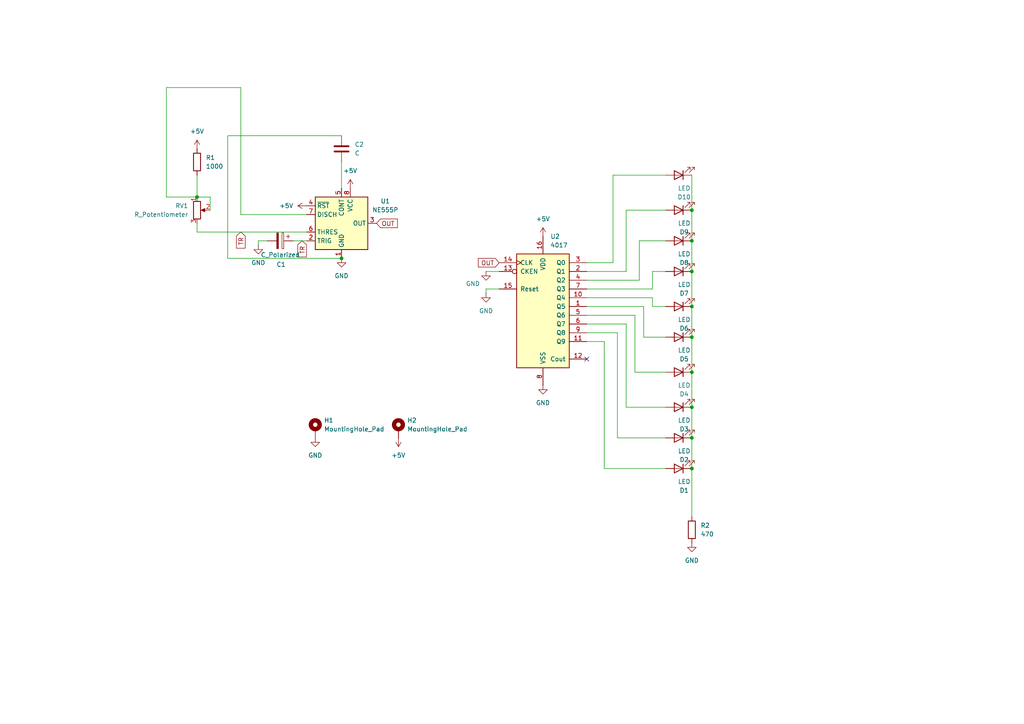
<source format=kicad_sch>
(kicad_sch
	(version 20250114)
	(generator "eeschema")
	(generator_version "9.0")
	(uuid "4accebaf-33b2-45de-8cd5-23fc39e97b8c")
	(paper "A4")
	(lib_symbols
		(symbol "4xxx:4017"
			(pin_names
				(offset 1.016)
			)
			(exclude_from_sim no)
			(in_bom yes)
			(on_board yes)
			(property "Reference" "U"
				(at -7.62 16.51 0)
				(effects
					(font
						(size 1.27 1.27)
					)
				)
			)
			(property "Value" "4017"
				(at -7.62 -19.05 0)
				(effects
					(font
						(size 1.27 1.27)
					)
				)
			)
			(property "Footprint" ""
				(at 0 0 0)
				(effects
					(font
						(size 1.27 1.27)
					)
					(hide yes)
				)
			)
			(property "Datasheet" "http://www.intersil.com/content/dam/Intersil/documents/cd40/cd4017bms-22bms.pdf"
				(at 0 0 0)
				(effects
					(font
						(size 1.27 1.27)
					)
					(hide yes)
				)
			)
			(property "Description" "Johnson Counter ( 10 outputs )"
				(at 0 0 0)
				(effects
					(font
						(size 1.27 1.27)
					)
					(hide yes)
				)
			)
			(property "ki_locked" ""
				(at 0 0 0)
				(effects
					(font
						(size 1.27 1.27)
					)
				)
			)
			(property "ki_keywords" "CNT CNT10"
				(at 0 0 0)
				(effects
					(font
						(size 1.27 1.27)
					)
					(hide yes)
				)
			)
			(property "ki_fp_filters" "DIP?16*"
				(at 0 0 0)
				(effects
					(font
						(size 1.27 1.27)
					)
					(hide yes)
				)
			)
			(symbol "4017_1_0"
				(pin input clock
					(at -12.7 12.7 0)
					(length 5.08)
					(name "CLK"
						(effects
							(font
								(size 1.27 1.27)
							)
						)
					)
					(number "14"
						(effects
							(font
								(size 1.27 1.27)
							)
						)
					)
				)
				(pin input inverted
					(at -12.7 10.16 0)
					(length 5.08)
					(name "CKEN"
						(effects
							(font
								(size 1.27 1.27)
							)
						)
					)
					(number "13"
						(effects
							(font
								(size 1.27 1.27)
							)
						)
					)
				)
				(pin input line
					(at -12.7 5.08 0)
					(length 5.08)
					(name "Reset"
						(effects
							(font
								(size 1.27 1.27)
							)
						)
					)
					(number "15"
						(effects
							(font
								(size 1.27 1.27)
							)
						)
					)
				)
				(pin power_in line
					(at 0 20.32 270)
					(length 5.08)
					(name "VDD"
						(effects
							(font
								(size 1.27 1.27)
							)
						)
					)
					(number "16"
						(effects
							(font
								(size 1.27 1.27)
							)
						)
					)
				)
				(pin power_in line
					(at 0 -22.86 90)
					(length 5.08)
					(name "VSS"
						(effects
							(font
								(size 1.27 1.27)
							)
						)
					)
					(number "8"
						(effects
							(font
								(size 1.27 1.27)
							)
						)
					)
				)
				(pin output line
					(at 12.7 12.7 180)
					(length 5.08)
					(name "Q0"
						(effects
							(font
								(size 1.27 1.27)
							)
						)
					)
					(number "3"
						(effects
							(font
								(size 1.27 1.27)
							)
						)
					)
				)
				(pin output line
					(at 12.7 10.16 180)
					(length 5.08)
					(name "Q1"
						(effects
							(font
								(size 1.27 1.27)
							)
						)
					)
					(number "2"
						(effects
							(font
								(size 1.27 1.27)
							)
						)
					)
				)
				(pin output line
					(at 12.7 7.62 180)
					(length 5.08)
					(name "Q2"
						(effects
							(font
								(size 1.27 1.27)
							)
						)
					)
					(number "4"
						(effects
							(font
								(size 1.27 1.27)
							)
						)
					)
				)
				(pin output line
					(at 12.7 5.08 180)
					(length 5.08)
					(name "Q3"
						(effects
							(font
								(size 1.27 1.27)
							)
						)
					)
					(number "7"
						(effects
							(font
								(size 1.27 1.27)
							)
						)
					)
				)
				(pin output line
					(at 12.7 2.54 180)
					(length 5.08)
					(name "Q4"
						(effects
							(font
								(size 1.27 1.27)
							)
						)
					)
					(number "10"
						(effects
							(font
								(size 1.27 1.27)
							)
						)
					)
				)
				(pin output line
					(at 12.7 0 180)
					(length 5.08)
					(name "Q5"
						(effects
							(font
								(size 1.27 1.27)
							)
						)
					)
					(number "1"
						(effects
							(font
								(size 1.27 1.27)
							)
						)
					)
				)
				(pin output line
					(at 12.7 -2.54 180)
					(length 5.08)
					(name "Q6"
						(effects
							(font
								(size 1.27 1.27)
							)
						)
					)
					(number "5"
						(effects
							(font
								(size 1.27 1.27)
							)
						)
					)
				)
				(pin output line
					(at 12.7 -5.08 180)
					(length 5.08)
					(name "Q7"
						(effects
							(font
								(size 1.27 1.27)
							)
						)
					)
					(number "6"
						(effects
							(font
								(size 1.27 1.27)
							)
						)
					)
				)
				(pin output line
					(at 12.7 -7.62 180)
					(length 5.08)
					(name "Q8"
						(effects
							(font
								(size 1.27 1.27)
							)
						)
					)
					(number "9"
						(effects
							(font
								(size 1.27 1.27)
							)
						)
					)
				)
				(pin output line
					(at 12.7 -10.16 180)
					(length 5.08)
					(name "Q9"
						(effects
							(font
								(size 1.27 1.27)
							)
						)
					)
					(number "11"
						(effects
							(font
								(size 1.27 1.27)
							)
						)
					)
				)
				(pin output line
					(at 12.7 -15.24 180)
					(length 5.08)
					(name "Cout"
						(effects
							(font
								(size 1.27 1.27)
							)
						)
					)
					(number "12"
						(effects
							(font
								(size 1.27 1.27)
							)
						)
					)
				)
			)
			(symbol "4017_1_1"
				(rectangle
					(start -7.62 15.24)
					(end 7.62 -17.78)
					(stroke
						(width 0.254)
						(type default)
					)
					(fill
						(type background)
					)
				)
			)
			(embedded_fonts no)
		)
		(symbol "Device:C"
			(pin_numbers
				(hide yes)
			)
			(pin_names
				(offset 0.254)
			)
			(exclude_from_sim no)
			(in_bom yes)
			(on_board yes)
			(property "Reference" "C"
				(at 0.635 2.54 0)
				(effects
					(font
						(size 1.27 1.27)
					)
					(justify left)
				)
			)
			(property "Value" "C"
				(at 0.635 -2.54 0)
				(effects
					(font
						(size 1.27 1.27)
					)
					(justify left)
				)
			)
			(property "Footprint" ""
				(at 0.9652 -3.81 0)
				(effects
					(font
						(size 1.27 1.27)
					)
					(hide yes)
				)
			)
			(property "Datasheet" "~"
				(at 0 0 0)
				(effects
					(font
						(size 1.27 1.27)
					)
					(hide yes)
				)
			)
			(property "Description" "Unpolarized capacitor"
				(at 0 0 0)
				(effects
					(font
						(size 1.27 1.27)
					)
					(hide yes)
				)
			)
			(property "ki_keywords" "cap capacitor"
				(at 0 0 0)
				(effects
					(font
						(size 1.27 1.27)
					)
					(hide yes)
				)
			)
			(property "ki_fp_filters" "C_*"
				(at 0 0 0)
				(effects
					(font
						(size 1.27 1.27)
					)
					(hide yes)
				)
			)
			(symbol "C_0_1"
				(polyline
					(pts
						(xy -2.032 0.762) (xy 2.032 0.762)
					)
					(stroke
						(width 0.508)
						(type default)
					)
					(fill
						(type none)
					)
				)
				(polyline
					(pts
						(xy -2.032 -0.762) (xy 2.032 -0.762)
					)
					(stroke
						(width 0.508)
						(type default)
					)
					(fill
						(type none)
					)
				)
			)
			(symbol "C_1_1"
				(pin passive line
					(at 0 3.81 270)
					(length 2.794)
					(name "~"
						(effects
							(font
								(size 1.27 1.27)
							)
						)
					)
					(number "1"
						(effects
							(font
								(size 1.27 1.27)
							)
						)
					)
				)
				(pin passive line
					(at 0 -3.81 90)
					(length 2.794)
					(name "~"
						(effects
							(font
								(size 1.27 1.27)
							)
						)
					)
					(number "2"
						(effects
							(font
								(size 1.27 1.27)
							)
						)
					)
				)
			)
			(embedded_fonts no)
		)
		(symbol "Device:C_Polarized"
			(pin_numbers
				(hide yes)
			)
			(pin_names
				(offset 0.254)
			)
			(exclude_from_sim no)
			(in_bom yes)
			(on_board yes)
			(property "Reference" "C"
				(at 0.635 2.54 0)
				(effects
					(font
						(size 1.27 1.27)
					)
					(justify left)
				)
			)
			(property "Value" "C_Polarized"
				(at 0.635 -2.54 0)
				(effects
					(font
						(size 1.27 1.27)
					)
					(justify left)
				)
			)
			(property "Footprint" ""
				(at 0.9652 -3.81 0)
				(effects
					(font
						(size 1.27 1.27)
					)
					(hide yes)
				)
			)
			(property "Datasheet" "~"
				(at 0 0 0)
				(effects
					(font
						(size 1.27 1.27)
					)
					(hide yes)
				)
			)
			(property "Description" "Polarized capacitor"
				(at 0 0 0)
				(effects
					(font
						(size 1.27 1.27)
					)
					(hide yes)
				)
			)
			(property "ki_keywords" "cap capacitor"
				(at 0 0 0)
				(effects
					(font
						(size 1.27 1.27)
					)
					(hide yes)
				)
			)
			(property "ki_fp_filters" "CP_*"
				(at 0 0 0)
				(effects
					(font
						(size 1.27 1.27)
					)
					(hide yes)
				)
			)
			(symbol "C_Polarized_0_1"
				(rectangle
					(start -2.286 0.508)
					(end 2.286 1.016)
					(stroke
						(width 0)
						(type default)
					)
					(fill
						(type none)
					)
				)
				(polyline
					(pts
						(xy -1.778 2.286) (xy -0.762 2.286)
					)
					(stroke
						(width 0)
						(type default)
					)
					(fill
						(type none)
					)
				)
				(polyline
					(pts
						(xy -1.27 2.794) (xy -1.27 1.778)
					)
					(stroke
						(width 0)
						(type default)
					)
					(fill
						(type none)
					)
				)
				(rectangle
					(start 2.286 -0.508)
					(end -2.286 -1.016)
					(stroke
						(width 0)
						(type default)
					)
					(fill
						(type outline)
					)
				)
			)
			(symbol "C_Polarized_1_1"
				(pin passive line
					(at 0 3.81 270)
					(length 2.794)
					(name "~"
						(effects
							(font
								(size 1.27 1.27)
							)
						)
					)
					(number "1"
						(effects
							(font
								(size 1.27 1.27)
							)
						)
					)
				)
				(pin passive line
					(at 0 -3.81 90)
					(length 2.794)
					(name "~"
						(effects
							(font
								(size 1.27 1.27)
							)
						)
					)
					(number "2"
						(effects
							(font
								(size 1.27 1.27)
							)
						)
					)
				)
			)
			(embedded_fonts no)
		)
		(symbol "Device:LED"
			(pin_numbers
				(hide yes)
			)
			(pin_names
				(offset 1.016)
				(hide yes)
			)
			(exclude_from_sim no)
			(in_bom yes)
			(on_board yes)
			(property "Reference" "D"
				(at 0 2.54 0)
				(effects
					(font
						(size 1.27 1.27)
					)
				)
			)
			(property "Value" "LED"
				(at 0 -2.54 0)
				(effects
					(font
						(size 1.27 1.27)
					)
				)
			)
			(property "Footprint" ""
				(at 0 0 0)
				(effects
					(font
						(size 1.27 1.27)
					)
					(hide yes)
				)
			)
			(property "Datasheet" "~"
				(at 0 0 0)
				(effects
					(font
						(size 1.27 1.27)
					)
					(hide yes)
				)
			)
			(property "Description" "Light emitting diode"
				(at 0 0 0)
				(effects
					(font
						(size 1.27 1.27)
					)
					(hide yes)
				)
			)
			(property "Sim.Pins" "1=K 2=A"
				(at 0 0 0)
				(effects
					(font
						(size 1.27 1.27)
					)
					(hide yes)
				)
			)
			(property "ki_keywords" "LED diode"
				(at 0 0 0)
				(effects
					(font
						(size 1.27 1.27)
					)
					(hide yes)
				)
			)
			(property "ki_fp_filters" "LED* LED_SMD:* LED_THT:*"
				(at 0 0 0)
				(effects
					(font
						(size 1.27 1.27)
					)
					(hide yes)
				)
			)
			(symbol "LED_0_1"
				(polyline
					(pts
						(xy -3.048 -0.762) (xy -4.572 -2.286) (xy -3.81 -2.286) (xy -4.572 -2.286) (xy -4.572 -1.524)
					)
					(stroke
						(width 0)
						(type default)
					)
					(fill
						(type none)
					)
				)
				(polyline
					(pts
						(xy -1.778 -0.762) (xy -3.302 -2.286) (xy -2.54 -2.286) (xy -3.302 -2.286) (xy -3.302 -1.524)
					)
					(stroke
						(width 0)
						(type default)
					)
					(fill
						(type none)
					)
				)
				(polyline
					(pts
						(xy -1.27 0) (xy 1.27 0)
					)
					(stroke
						(width 0)
						(type default)
					)
					(fill
						(type none)
					)
				)
				(polyline
					(pts
						(xy -1.27 -1.27) (xy -1.27 1.27)
					)
					(stroke
						(width 0.254)
						(type default)
					)
					(fill
						(type none)
					)
				)
				(polyline
					(pts
						(xy 1.27 -1.27) (xy 1.27 1.27) (xy -1.27 0) (xy 1.27 -1.27)
					)
					(stroke
						(width 0.254)
						(type default)
					)
					(fill
						(type none)
					)
				)
			)
			(symbol "LED_1_1"
				(pin passive line
					(at -3.81 0 0)
					(length 2.54)
					(name "K"
						(effects
							(font
								(size 1.27 1.27)
							)
						)
					)
					(number "1"
						(effects
							(font
								(size 1.27 1.27)
							)
						)
					)
				)
				(pin passive line
					(at 3.81 0 180)
					(length 2.54)
					(name "A"
						(effects
							(font
								(size 1.27 1.27)
							)
						)
					)
					(number "2"
						(effects
							(font
								(size 1.27 1.27)
							)
						)
					)
				)
			)
			(embedded_fonts no)
		)
		(symbol "Device:R"
			(pin_numbers
				(hide yes)
			)
			(pin_names
				(offset 0)
			)
			(exclude_from_sim no)
			(in_bom yes)
			(on_board yes)
			(property "Reference" "R"
				(at 2.032 0 90)
				(effects
					(font
						(size 1.27 1.27)
					)
				)
			)
			(property "Value" "R"
				(at 0 0 90)
				(effects
					(font
						(size 1.27 1.27)
					)
				)
			)
			(property "Footprint" ""
				(at -1.778 0 90)
				(effects
					(font
						(size 1.27 1.27)
					)
					(hide yes)
				)
			)
			(property "Datasheet" "~"
				(at 0 0 0)
				(effects
					(font
						(size 1.27 1.27)
					)
					(hide yes)
				)
			)
			(property "Description" "Resistor"
				(at 0 0 0)
				(effects
					(font
						(size 1.27 1.27)
					)
					(hide yes)
				)
			)
			(property "ki_keywords" "R res resistor"
				(at 0 0 0)
				(effects
					(font
						(size 1.27 1.27)
					)
					(hide yes)
				)
			)
			(property "ki_fp_filters" "R_*"
				(at 0 0 0)
				(effects
					(font
						(size 1.27 1.27)
					)
					(hide yes)
				)
			)
			(symbol "R_0_1"
				(rectangle
					(start -1.016 -2.54)
					(end 1.016 2.54)
					(stroke
						(width 0.254)
						(type default)
					)
					(fill
						(type none)
					)
				)
			)
			(symbol "R_1_1"
				(pin passive line
					(at 0 3.81 270)
					(length 1.27)
					(name "~"
						(effects
							(font
								(size 1.27 1.27)
							)
						)
					)
					(number "1"
						(effects
							(font
								(size 1.27 1.27)
							)
						)
					)
				)
				(pin passive line
					(at 0 -3.81 90)
					(length 1.27)
					(name "~"
						(effects
							(font
								(size 1.27 1.27)
							)
						)
					)
					(number "2"
						(effects
							(font
								(size 1.27 1.27)
							)
						)
					)
				)
			)
			(embedded_fonts no)
		)
		(symbol "Device:R_Potentiometer"
			(pin_names
				(offset 1.016)
				(hide yes)
			)
			(exclude_from_sim no)
			(in_bom yes)
			(on_board yes)
			(property "Reference" "RV"
				(at -4.445 0 90)
				(effects
					(font
						(size 1.27 1.27)
					)
				)
			)
			(property "Value" "R_Potentiometer"
				(at -2.54 0 90)
				(effects
					(font
						(size 1.27 1.27)
					)
				)
			)
			(property "Footprint" ""
				(at 0 0 0)
				(effects
					(font
						(size 1.27 1.27)
					)
					(hide yes)
				)
			)
			(property "Datasheet" "~"
				(at 0 0 0)
				(effects
					(font
						(size 1.27 1.27)
					)
					(hide yes)
				)
			)
			(property "Description" "Potentiometer"
				(at 0 0 0)
				(effects
					(font
						(size 1.27 1.27)
					)
					(hide yes)
				)
			)
			(property "ki_keywords" "resistor variable"
				(at 0 0 0)
				(effects
					(font
						(size 1.27 1.27)
					)
					(hide yes)
				)
			)
			(property "ki_fp_filters" "Potentiometer*"
				(at 0 0 0)
				(effects
					(font
						(size 1.27 1.27)
					)
					(hide yes)
				)
			)
			(symbol "R_Potentiometer_0_1"
				(rectangle
					(start 1.016 2.54)
					(end -1.016 -2.54)
					(stroke
						(width 0.254)
						(type default)
					)
					(fill
						(type none)
					)
				)
				(polyline
					(pts
						(xy 1.143 0) (xy 2.286 0.508) (xy 2.286 -0.508) (xy 1.143 0)
					)
					(stroke
						(width 0)
						(type default)
					)
					(fill
						(type outline)
					)
				)
				(polyline
					(pts
						(xy 2.54 0) (xy 1.524 0)
					)
					(stroke
						(width 0)
						(type default)
					)
					(fill
						(type none)
					)
				)
			)
			(symbol "R_Potentiometer_1_1"
				(pin passive line
					(at 0 3.81 270)
					(length 1.27)
					(name "1"
						(effects
							(font
								(size 1.27 1.27)
							)
						)
					)
					(number "1"
						(effects
							(font
								(size 1.27 1.27)
							)
						)
					)
				)
				(pin passive line
					(at 0 -3.81 90)
					(length 1.27)
					(name "3"
						(effects
							(font
								(size 1.27 1.27)
							)
						)
					)
					(number "3"
						(effects
							(font
								(size 1.27 1.27)
							)
						)
					)
				)
				(pin passive line
					(at 3.81 0 180)
					(length 1.27)
					(name "2"
						(effects
							(font
								(size 1.27 1.27)
							)
						)
					)
					(number "2"
						(effects
							(font
								(size 1.27 1.27)
							)
						)
					)
				)
			)
			(embedded_fonts no)
		)
		(symbol "Mechanical:MountingHole_Pad"
			(pin_numbers
				(hide yes)
			)
			(pin_names
				(offset 1.016)
				(hide yes)
			)
			(exclude_from_sim no)
			(in_bom no)
			(on_board yes)
			(property "Reference" "H"
				(at 0 6.35 0)
				(effects
					(font
						(size 1.27 1.27)
					)
				)
			)
			(property "Value" "MountingHole_Pad"
				(at 0 4.445 0)
				(effects
					(font
						(size 1.27 1.27)
					)
				)
			)
			(property "Footprint" ""
				(at 0 0 0)
				(effects
					(font
						(size 1.27 1.27)
					)
					(hide yes)
				)
			)
			(property "Datasheet" "~"
				(at 0 0 0)
				(effects
					(font
						(size 1.27 1.27)
					)
					(hide yes)
				)
			)
			(property "Description" "Mounting Hole with connection"
				(at 0 0 0)
				(effects
					(font
						(size 1.27 1.27)
					)
					(hide yes)
				)
			)
			(property "ki_keywords" "mounting hole"
				(at 0 0 0)
				(effects
					(font
						(size 1.27 1.27)
					)
					(hide yes)
				)
			)
			(property "ki_fp_filters" "MountingHole*Pad*"
				(at 0 0 0)
				(effects
					(font
						(size 1.27 1.27)
					)
					(hide yes)
				)
			)
			(symbol "MountingHole_Pad_0_1"
				(circle
					(center 0 1.27)
					(radius 1.27)
					(stroke
						(width 1.27)
						(type default)
					)
					(fill
						(type none)
					)
				)
			)
			(symbol "MountingHole_Pad_1_1"
				(pin input line
					(at 0 -2.54 90)
					(length 2.54)
					(name "1"
						(effects
							(font
								(size 1.27 1.27)
							)
						)
					)
					(number "1"
						(effects
							(font
								(size 1.27 1.27)
							)
						)
					)
				)
			)
			(embedded_fonts no)
		)
		(symbol "Timer:NE555P"
			(exclude_from_sim no)
			(in_bom yes)
			(on_board yes)
			(property "Reference" "U"
				(at -10.16 8.89 0)
				(effects
					(font
						(size 1.27 1.27)
					)
					(justify left)
				)
			)
			(property "Value" "NE555P"
				(at 2.54 8.89 0)
				(effects
					(font
						(size 1.27 1.27)
					)
					(justify left)
				)
			)
			(property "Footprint" "Package_DIP:DIP-8_W7.62mm"
				(at 0 -24.13 0)
				(effects
					(font
						(size 1.27 1.27)
					)
					(hide yes)
				)
			)
			(property "Datasheet" "http://www.ti.com/lit/ds/symlink/ne555.pdf"
				(at 0 -26.67 0)
				(effects
					(font
						(size 1.27 1.27)
					)
					(hide yes)
				)
			)
			(property "Description" "Precision Timers, 555 compatible, PDIP-8"
				(at 0 -21.59 0)
				(effects
					(font
						(size 1.27 1.27)
					)
					(hide yes)
				)
			)
			(property "ki_keywords" "single timer 555"
				(at 0 0 0)
				(effects
					(font
						(size 1.27 1.27)
					)
					(hide yes)
				)
			)
			(property "ki_fp_filters" "DIP*W7.62mm*"
				(at 0 0 0)
				(effects
					(font
						(size 1.27 1.27)
					)
					(hide yes)
				)
			)
			(symbol "NE555P_0_0"
				(pin power_in line
					(at 0 -10.16 90)
					(length 2.54)
					(name "GND"
						(effects
							(font
								(size 1.27 1.27)
							)
						)
					)
					(number "1"
						(effects
							(font
								(size 1.27 1.27)
							)
						)
					)
				)
				(pin power_in line
					(at 2.54 10.16 270)
					(length 2.54)
					(name "VCC"
						(effects
							(font
								(size 1.27 1.27)
							)
						)
					)
					(number "8"
						(effects
							(font
								(size 1.27 1.27)
							)
						)
					)
				)
			)
			(symbol "NE555P_0_1"
				(rectangle
					(start -7.62 7.62)
					(end 7.62 -7.62)
					(stroke
						(width 0.254)
						(type default)
					)
					(fill
						(type background)
					)
				)
			)
			(symbol "NE555P_1_1"
				(pin input line
					(at -10.16 5.08 0)
					(length 2.54)
					(name "~{RST}"
						(effects
							(font
								(size 1.27 1.27)
							)
						)
					)
					(number "4"
						(effects
							(font
								(size 1.27 1.27)
							)
						)
					)
				)
				(pin input line
					(at -10.16 2.54 0)
					(length 2.54)
					(name "DISCH"
						(effects
							(font
								(size 1.27 1.27)
							)
						)
					)
					(number "7"
						(effects
							(font
								(size 1.27 1.27)
							)
						)
					)
				)
				(pin input line
					(at -10.16 -2.54 0)
					(length 2.54)
					(name "THRES"
						(effects
							(font
								(size 1.27 1.27)
							)
						)
					)
					(number "6"
						(effects
							(font
								(size 1.27 1.27)
							)
						)
					)
				)
				(pin input line
					(at -10.16 -5.08 0)
					(length 2.54)
					(name "TRIG"
						(effects
							(font
								(size 1.27 1.27)
							)
						)
					)
					(number "2"
						(effects
							(font
								(size 1.27 1.27)
							)
						)
					)
				)
				(pin open_collector line
					(at 0 10.16 270)
					(length 2.54)
					(name "CONT"
						(effects
							(font
								(size 1.27 1.27)
							)
						)
					)
					(number "5"
						(effects
							(font
								(size 1.27 1.27)
							)
						)
					)
				)
				(pin output line
					(at 10.16 0 180)
					(length 2.54)
					(name "OUT"
						(effects
							(font
								(size 1.27 1.27)
							)
						)
					)
					(number "3"
						(effects
							(font
								(size 1.27 1.27)
							)
						)
					)
				)
			)
			(embedded_fonts no)
		)
		(symbol "power:+5V"
			(power)
			(pin_numbers
				(hide yes)
			)
			(pin_names
				(offset 0)
				(hide yes)
			)
			(exclude_from_sim no)
			(in_bom yes)
			(on_board yes)
			(property "Reference" "#PWR"
				(at 0 -3.81 0)
				(effects
					(font
						(size 1.27 1.27)
					)
					(hide yes)
				)
			)
			(property "Value" "+5V"
				(at 0 3.556 0)
				(effects
					(font
						(size 1.27 1.27)
					)
				)
			)
			(property "Footprint" ""
				(at 0 0 0)
				(effects
					(font
						(size 1.27 1.27)
					)
					(hide yes)
				)
			)
			(property "Datasheet" ""
				(at 0 0 0)
				(effects
					(font
						(size 1.27 1.27)
					)
					(hide yes)
				)
			)
			(property "Description" "Power symbol creates a global label with name \"+5V\""
				(at 0 0 0)
				(effects
					(font
						(size 1.27 1.27)
					)
					(hide yes)
				)
			)
			(property "ki_keywords" "global power"
				(at 0 0 0)
				(effects
					(font
						(size 1.27 1.27)
					)
					(hide yes)
				)
			)
			(symbol "+5V_0_1"
				(polyline
					(pts
						(xy -0.762 1.27) (xy 0 2.54)
					)
					(stroke
						(width 0)
						(type default)
					)
					(fill
						(type none)
					)
				)
				(polyline
					(pts
						(xy 0 2.54) (xy 0.762 1.27)
					)
					(stroke
						(width 0)
						(type default)
					)
					(fill
						(type none)
					)
				)
				(polyline
					(pts
						(xy 0 0) (xy 0 2.54)
					)
					(stroke
						(width 0)
						(type default)
					)
					(fill
						(type none)
					)
				)
			)
			(symbol "+5V_1_1"
				(pin power_in line
					(at 0 0 90)
					(length 0)
					(name "~"
						(effects
							(font
								(size 1.27 1.27)
							)
						)
					)
					(number "1"
						(effects
							(font
								(size 1.27 1.27)
							)
						)
					)
				)
			)
			(embedded_fonts no)
		)
		(symbol "power:GND"
			(power)
			(pin_numbers
				(hide yes)
			)
			(pin_names
				(offset 0)
				(hide yes)
			)
			(exclude_from_sim no)
			(in_bom yes)
			(on_board yes)
			(property "Reference" "#PWR"
				(at 0 -6.35 0)
				(effects
					(font
						(size 1.27 1.27)
					)
					(hide yes)
				)
			)
			(property "Value" "GND"
				(at 0 -3.81 0)
				(effects
					(font
						(size 1.27 1.27)
					)
				)
			)
			(property "Footprint" ""
				(at 0 0 0)
				(effects
					(font
						(size 1.27 1.27)
					)
					(hide yes)
				)
			)
			(property "Datasheet" ""
				(at 0 0 0)
				(effects
					(font
						(size 1.27 1.27)
					)
					(hide yes)
				)
			)
			(property "Description" "Power symbol creates a global label with name \"GND\" , ground"
				(at 0 0 0)
				(effects
					(font
						(size 1.27 1.27)
					)
					(hide yes)
				)
			)
			(property "ki_keywords" "global power"
				(at 0 0 0)
				(effects
					(font
						(size 1.27 1.27)
					)
					(hide yes)
				)
			)
			(symbol "GND_0_1"
				(polyline
					(pts
						(xy 0 0) (xy 0 -1.27) (xy 1.27 -1.27) (xy 0 -2.54) (xy -1.27 -1.27) (xy 0 -1.27)
					)
					(stroke
						(width 0)
						(type default)
					)
					(fill
						(type none)
					)
				)
			)
			(symbol "GND_1_1"
				(pin power_in line
					(at 0 0 270)
					(length 0)
					(name "~"
						(effects
							(font
								(size 1.27 1.27)
							)
						)
					)
					(number "1"
						(effects
							(font
								(size 1.27 1.27)
							)
						)
					)
				)
			)
			(embedded_fonts no)
		)
	)
	(junction
		(at 200.66 107.95)
		(diameter 0)
		(color 0 0 0 0)
		(uuid "19fd6159-3ae4-4fc1-9a08-12fee2011da4")
	)
	(junction
		(at 200.66 127)
		(diameter 0)
		(color 0 0 0 0)
		(uuid "42f6e1a6-2146-470a-ac5c-e5a57a168bf5")
	)
	(junction
		(at 200.66 135.89)
		(diameter 0)
		(color 0 0 0 0)
		(uuid "4d6fe3ff-c85a-43e6-b7c9-ac41f4acaa50")
	)
	(junction
		(at 200.66 97.79)
		(diameter 0)
		(color 0 0 0 0)
		(uuid "76d28d51-6398-4142-b1e3-90b697c07c66")
	)
	(junction
		(at 57.15 57.15)
		(diameter 0)
		(color 0 0 0 0)
		(uuid "8a0dbf50-0133-43cb-a5ec-27539d389852")
	)
	(junction
		(at 200.66 60.96)
		(diameter 0)
		(color 0 0 0 0)
		(uuid "990e07f4-a912-4daf-876b-4b5bed59620d")
	)
	(junction
		(at 200.66 88.9)
		(diameter 0)
		(color 0 0 0 0)
		(uuid "a5499ee1-5d98-4659-93dc-65845fad33ec")
	)
	(junction
		(at 200.66 118.11)
		(diameter 0)
		(color 0 0 0 0)
		(uuid "d9234a1e-60a7-4f29-9db6-6c7c49609757")
	)
	(junction
		(at 200.66 69.85)
		(diameter 0)
		(color 0 0 0 0)
		(uuid "db601af9-289c-4dc1-8b53-81422cba6678")
	)
	(junction
		(at 200.66 78.74)
		(diameter 0)
		(color 0 0 0 0)
		(uuid "e79c0324-537a-4afb-b786-a7b4a7b57be8")
	)
	(junction
		(at 99.06 74.93)
		(diameter 0)
		(color 0 0 0 0)
		(uuid "ecb454ec-1d44-4353-9cdf-a6614f834f3c")
	)
	(no_connect
		(at 170.18 104.14)
		(uuid "7be253dd-b087-45aa-ae5d-be6706ba527b")
	)
	(wire
		(pts
			(xy 57.15 50.8) (xy 57.15 57.15)
		)
		(stroke
			(width 0)
			(type default)
		)
		(uuid "028fcd92-c10e-43c5-ab2f-60b2d116ff35")
	)
	(wire
		(pts
			(xy 57.15 67.31) (xy 88.9 67.31)
		)
		(stroke
			(width 0)
			(type default)
		)
		(uuid "066a27ab-7fe4-45d5-9eb5-e90e5cc95a95")
	)
	(wire
		(pts
			(xy 175.26 135.89) (xy 193.04 135.89)
		)
		(stroke
			(width 0)
			(type default)
		)
		(uuid "07472ecd-de80-42f7-9ebd-47797bb94125")
	)
	(wire
		(pts
			(xy 181.61 60.96) (xy 193.04 60.96)
		)
		(stroke
			(width 0)
			(type default)
		)
		(uuid "078eabec-def0-4069-a396-a2b9fccc6801")
	)
	(wire
		(pts
			(xy 66.04 39.37) (xy 66.04 74.93)
		)
		(stroke
			(width 0)
			(type default)
		)
		(uuid "12a81a0e-9fbc-4746-8947-783149e4e8e5")
	)
	(wire
		(pts
			(xy 200.66 78.74) (xy 200.66 88.9)
		)
		(stroke
			(width 0)
			(type default)
		)
		(uuid "13ae1fd0-9c64-40e4-b354-4329bee12057")
	)
	(wire
		(pts
			(xy 181.61 93.98) (xy 181.61 118.11)
		)
		(stroke
			(width 0)
			(type default)
		)
		(uuid "19f1c130-2b34-4994-9a0c-a252a2ef2eaf")
	)
	(wire
		(pts
			(xy 57.15 57.15) (xy 60.96 57.15)
		)
		(stroke
			(width 0)
			(type default)
		)
		(uuid "2434ba66-86b1-4695-8043-31e08095ead7")
	)
	(wire
		(pts
			(xy 200.66 88.9) (xy 200.66 97.79)
		)
		(stroke
			(width 0)
			(type default)
		)
		(uuid "260d7b35-946a-4f79-b8c1-7537acc917e9")
	)
	(wire
		(pts
			(xy 184.15 91.44) (xy 184.15 107.95)
		)
		(stroke
			(width 0)
			(type default)
		)
		(uuid "2b3e3eae-9b58-4218-883d-31d7044f82a8")
	)
	(wire
		(pts
			(xy 175.26 99.06) (xy 175.26 135.89)
		)
		(stroke
			(width 0)
			(type default)
		)
		(uuid "316e87da-6378-4687-8dc8-478d6081b730")
	)
	(wire
		(pts
			(xy 186.69 97.79) (xy 193.04 97.79)
		)
		(stroke
			(width 0)
			(type default)
		)
		(uuid "4cf61c92-0eb7-4606-a920-f4bea6771175")
	)
	(wire
		(pts
			(xy 69.85 62.23) (xy 69.85 25.4)
		)
		(stroke
			(width 0)
			(type default)
		)
		(uuid "4ed9a525-be03-4880-927e-7c043d793d9c")
	)
	(wire
		(pts
			(xy 189.23 86.36) (xy 189.23 88.9)
		)
		(stroke
			(width 0)
			(type default)
		)
		(uuid "51b32744-3efb-4d29-a442-b35d710647cf")
	)
	(wire
		(pts
			(xy 189.23 88.9) (xy 193.04 88.9)
		)
		(stroke
			(width 0)
			(type default)
		)
		(uuid "56909a80-29cd-48a7-99fa-20d1e6920a23")
	)
	(wire
		(pts
			(xy 184.15 107.95) (xy 193.04 107.95)
		)
		(stroke
			(width 0)
			(type default)
		)
		(uuid "58c9f20d-a07b-45af-b58d-17921471a774")
	)
	(wire
		(pts
			(xy 99.06 46.99) (xy 99.06 54.61)
		)
		(stroke
			(width 0)
			(type default)
		)
		(uuid "5c953856-7292-4425-b706-a244ccb14d70")
	)
	(wire
		(pts
			(xy 186.69 88.9) (xy 186.69 97.79)
		)
		(stroke
			(width 0)
			(type default)
		)
		(uuid "5fdba403-baaf-45b9-9eca-24205b3f5a10")
	)
	(wire
		(pts
			(xy 200.66 60.96) (xy 200.66 69.85)
		)
		(stroke
			(width 0)
			(type default)
		)
		(uuid "61046a02-8bdf-4f0d-9c14-21d9c02ff5cb")
	)
	(wire
		(pts
			(xy 185.42 81.28) (xy 185.42 69.85)
		)
		(stroke
			(width 0)
			(type default)
		)
		(uuid "65c42f89-b110-4639-8ec0-75fbd6e8b225")
	)
	(wire
		(pts
			(xy 140.97 78.74) (xy 144.78 78.74)
		)
		(stroke
			(width 0)
			(type default)
		)
		(uuid "68c30416-95f7-4d98-a6fd-d9546f0b8dda")
	)
	(wire
		(pts
			(xy 48.26 57.15) (xy 57.15 57.15)
		)
		(stroke
			(width 0)
			(type default)
		)
		(uuid "6af200cf-5de7-424a-a07b-592bf21df626")
	)
	(wire
		(pts
			(xy 170.18 99.06) (xy 175.26 99.06)
		)
		(stroke
			(width 0)
			(type default)
		)
		(uuid "6b041cce-e42b-40d3-aa2e-c271278e04ad")
	)
	(wire
		(pts
			(xy 66.04 74.93) (xy 99.06 74.93)
		)
		(stroke
			(width 0)
			(type default)
		)
		(uuid "6c594e13-0274-4ca8-bf49-af3cb0601d8f")
	)
	(wire
		(pts
			(xy 170.18 83.82) (xy 189.23 83.82)
		)
		(stroke
			(width 0)
			(type default)
		)
		(uuid "6e11e00c-6189-427c-9e01-969c5fba6d2e")
	)
	(wire
		(pts
			(xy 170.18 93.98) (xy 181.61 93.98)
		)
		(stroke
			(width 0)
			(type default)
		)
		(uuid "726edb82-9628-4ce7-b151-8675b1c31e24")
	)
	(wire
		(pts
			(xy 99.06 39.37) (xy 66.04 39.37)
		)
		(stroke
			(width 0)
			(type default)
		)
		(uuid "8472b17d-05cb-49d5-a82f-baf2f876b8e7")
	)
	(wire
		(pts
			(xy 181.61 78.74) (xy 181.61 60.96)
		)
		(stroke
			(width 0)
			(type default)
		)
		(uuid "872fdce6-7b45-4de3-bf81-2c20cda99880")
	)
	(wire
		(pts
			(xy 77.47 69.85) (xy 74.93 69.85)
		)
		(stroke
			(width 0)
			(type default)
		)
		(uuid "8918af28-20b1-4bcf-881a-6ea8697fa9ab")
	)
	(wire
		(pts
			(xy 69.85 25.4) (xy 48.26 25.4)
		)
		(stroke
			(width 0)
			(type default)
		)
		(uuid "8a178399-bbe4-47ab-b8e4-9f145b498f4e")
	)
	(wire
		(pts
			(xy 179.07 127) (xy 193.04 127)
		)
		(stroke
			(width 0)
			(type default)
		)
		(uuid "8bd384ee-5f75-402c-8bea-0da5a1609ed0")
	)
	(wire
		(pts
			(xy 170.18 76.2) (xy 177.8 76.2)
		)
		(stroke
			(width 0)
			(type default)
		)
		(uuid "8c3606fa-2161-4e69-af75-b2e20193f941")
	)
	(wire
		(pts
			(xy 170.18 81.28) (xy 185.42 81.28)
		)
		(stroke
			(width 0)
			(type default)
		)
		(uuid "8e6219b4-4a5c-48d1-b4b1-9fa699f11e5f")
	)
	(wire
		(pts
			(xy 88.9 62.23) (xy 69.85 62.23)
		)
		(stroke
			(width 0)
			(type default)
		)
		(uuid "8f7bed72-b100-40e8-a0c6-4a72cff7c558")
	)
	(wire
		(pts
			(xy 60.96 57.15) (xy 60.96 60.96)
		)
		(stroke
			(width 0)
			(type default)
		)
		(uuid "92b37b27-f0bb-4ff5-bce8-50d86ec9afa6")
	)
	(wire
		(pts
			(xy 170.18 91.44) (xy 184.15 91.44)
		)
		(stroke
			(width 0)
			(type default)
		)
		(uuid "99929257-ad52-4f39-a833-7b512d400be4")
	)
	(wire
		(pts
			(xy 144.78 83.82) (xy 140.97 83.82)
		)
		(stroke
			(width 0)
			(type default)
		)
		(uuid "9eb9362a-1888-4ad5-ac61-b05a16a26185")
	)
	(wire
		(pts
			(xy 200.66 127) (xy 200.66 135.89)
		)
		(stroke
			(width 0)
			(type default)
		)
		(uuid "ab3ea027-c498-4d50-9eaa-3cb1d5088f69")
	)
	(wire
		(pts
			(xy 179.07 96.52) (xy 179.07 127)
		)
		(stroke
			(width 0)
			(type default)
		)
		(uuid "ac7e101e-4575-4a43-a2e2-69e1db92b411")
	)
	(wire
		(pts
			(xy 177.8 76.2) (xy 177.8 50.8)
		)
		(stroke
			(width 0)
			(type default)
		)
		(uuid "afd81d75-cbae-45e8-b937-24882149f739")
	)
	(wire
		(pts
			(xy 189.23 83.82) (xy 189.23 78.74)
		)
		(stroke
			(width 0)
			(type default)
		)
		(uuid "b294b1e6-84ff-4a2e-acd3-364c8d09ba5e")
	)
	(wire
		(pts
			(xy 140.97 83.82) (xy 140.97 85.09)
		)
		(stroke
			(width 0)
			(type default)
		)
		(uuid "b3167491-8e10-4d99-878e-7e5cf81fa83c")
	)
	(wire
		(pts
			(xy 170.18 78.74) (xy 181.61 78.74)
		)
		(stroke
			(width 0)
			(type default)
		)
		(uuid "b3fb8dc3-03bd-47f9-bb8b-efdedd4c21bf")
	)
	(wire
		(pts
			(xy 170.18 86.36) (xy 189.23 86.36)
		)
		(stroke
			(width 0)
			(type default)
		)
		(uuid "bdac961d-0766-4477-9899-ad1875ddd104")
	)
	(wire
		(pts
			(xy 74.93 69.85) (xy 74.93 71.12)
		)
		(stroke
			(width 0)
			(type default)
		)
		(uuid "bfc595ef-9f75-4dba-8992-e92e74999e8e")
	)
	(wire
		(pts
			(xy 85.09 69.85) (xy 88.9 69.85)
		)
		(stroke
			(width 0)
			(type default)
		)
		(uuid "c08cdcb8-c5ad-427b-a134-d0f48cf76b5c")
	)
	(wire
		(pts
			(xy 185.42 69.85) (xy 193.04 69.85)
		)
		(stroke
			(width 0)
			(type default)
		)
		(uuid "c10e0d9c-a817-4281-9567-4a2db652bb5b")
	)
	(wire
		(pts
			(xy 57.15 67.31) (xy 57.15 64.77)
		)
		(stroke
			(width 0)
			(type default)
		)
		(uuid "c3fe3ad1-e40e-4039-8383-9882c30f135c")
	)
	(wire
		(pts
			(xy 170.18 96.52) (xy 179.07 96.52)
		)
		(stroke
			(width 0)
			(type default)
		)
		(uuid "c6b7ced1-199d-4dd8-82cb-bd7a126a45b2")
	)
	(wire
		(pts
			(xy 48.26 25.4) (xy 48.26 57.15)
		)
		(stroke
			(width 0)
			(type default)
		)
		(uuid "cc701ef0-54af-43f0-af4a-1bcb2f0b0e71")
	)
	(wire
		(pts
			(xy 200.66 50.8) (xy 200.66 60.96)
		)
		(stroke
			(width 0)
			(type default)
		)
		(uuid "cd841772-9932-40f4-9224-153f9076fc87")
	)
	(wire
		(pts
			(xy 200.66 107.95) (xy 200.66 118.11)
		)
		(stroke
			(width 0)
			(type default)
		)
		(uuid "d2a14f95-12c2-4055-9d0f-f19fbef4918c")
	)
	(wire
		(pts
			(xy 200.66 118.11) (xy 200.66 127)
		)
		(stroke
			(width 0)
			(type default)
		)
		(uuid "deab417d-b650-4abf-b5ce-5306a8eeafe3")
	)
	(wire
		(pts
			(xy 200.66 69.85) (xy 200.66 78.74)
		)
		(stroke
			(width 0)
			(type default)
		)
		(uuid "ec9b1aa3-73d2-4398-b45c-bffb7c846d5d")
	)
	(wire
		(pts
			(xy 189.23 78.74) (xy 193.04 78.74)
		)
		(stroke
			(width 0)
			(type default)
		)
		(uuid "efe48f8d-7411-4023-b465-e9c8bacdae07")
	)
	(wire
		(pts
			(xy 177.8 50.8) (xy 193.04 50.8)
		)
		(stroke
			(width 0)
			(type default)
		)
		(uuid "f0565c05-1f90-460d-a4f7-c40cc98878c9")
	)
	(wire
		(pts
			(xy 200.66 97.79) (xy 200.66 107.95)
		)
		(stroke
			(width 0)
			(type default)
		)
		(uuid "f0fdd5fc-45fa-49b7-9157-ab5171e083b2")
	)
	(wire
		(pts
			(xy 200.66 135.89) (xy 200.66 149.86)
		)
		(stroke
			(width 0)
			(type default)
		)
		(uuid "f2f48b07-0f41-469c-8a4e-7ed3c73d3298")
	)
	(wire
		(pts
			(xy 170.18 88.9) (xy 186.69 88.9)
		)
		(stroke
			(width 0)
			(type default)
		)
		(uuid "f32aee05-4106-4aa1-9563-7aed7f510b8f")
	)
	(wire
		(pts
			(xy 181.61 118.11) (xy 193.04 118.11)
		)
		(stroke
			(width 0)
			(type default)
		)
		(uuid "f94c3a0f-9ef5-49d4-8d41-8404ddc927e1")
	)
	(global_label "TR"
		(shape input)
		(at 87.63 69.85 270)
		(fields_autoplaced yes)
		(effects
			(font
				(size 1.27 1.27)
			)
			(justify right)
		)
		(uuid "0e3a6802-ce9f-4593-b045-41770ad24e4b")
		(property "Intersheetrefs" "${INTERSHEET_REFS}"
			(at 87.63 75.0728 90)
			(effects
				(font
					(size 1.27 1.27)
				)
				(justify right)
				(hide yes)
			)
		)
	)
	(global_label "OUT"
		(shape input)
		(at 109.22 64.77 0)
		(fields_autoplaced yes)
		(effects
			(font
				(size 1.27 1.27)
			)
			(justify left)
		)
		(uuid "81d243b6-c1de-48f8-8fc5-8cd8d207f3a5")
		(property "Intersheetrefs" "${INTERSHEET_REFS}"
			(at 115.8338 64.77 0)
			(effects
				(font
					(size 1.27 1.27)
				)
				(justify left)
				(hide yes)
			)
		)
	)
	(global_label "TR"
		(shape input)
		(at 69.85 67.31 270)
		(fields_autoplaced yes)
		(effects
			(font
				(size 1.27 1.27)
			)
			(justify right)
		)
		(uuid "9ef9801d-99f0-4daa-bf81-d9da8f468011")
		(property "Intersheetrefs" "${INTERSHEET_REFS}"
			(at 69.85 72.5328 90)
			(effects
				(font
					(size 1.27 1.27)
				)
				(justify right)
				(hide yes)
			)
		)
	)
	(global_label "OUT"
		(shape input)
		(at 144.78 76.2 180)
		(fields_autoplaced yes)
		(effects
			(font
				(size 1.27 1.27)
			)
			(justify right)
		)
		(uuid "fc290206-b2a5-4351-ae11-146267d27506")
		(property "Intersheetrefs" "${INTERSHEET_REFS}"
			(at 138.1662 76.2 0)
			(effects
				(font
					(size 1.27 1.27)
				)
				(justify right)
				(hide yes)
			)
		)
	)
	(symbol
		(lib_id "power:GND")
		(at 157.48 111.76 0)
		(unit 1)
		(exclude_from_sim no)
		(in_bom yes)
		(on_board yes)
		(dnp no)
		(fields_autoplaced yes)
		(uuid "02b58901-151a-450d-b545-5d495fd306ee")
		(property "Reference" "#PWR09"
			(at 157.48 118.11 0)
			(effects
				(font
					(size 1.27 1.27)
				)
				(hide yes)
			)
		)
		(property "Value" "GND"
			(at 157.48 116.84 0)
			(effects
				(font
					(size 1.27 1.27)
				)
			)
		)
		(property "Footprint" ""
			(at 157.48 111.76 0)
			(effects
				(font
					(size 1.27 1.27)
				)
				(hide yes)
			)
		)
		(property "Datasheet" ""
			(at 157.48 111.76 0)
			(effects
				(font
					(size 1.27 1.27)
				)
				(hide yes)
			)
		)
		(property "Description" "Power symbol creates a global label with name \"GND\" , ground"
			(at 157.48 111.76 0)
			(effects
				(font
					(size 1.27 1.27)
				)
				(hide yes)
			)
		)
		(pin "1"
			(uuid "bdf07fc1-f81f-4c7d-b170-7d5e9e90644c")
		)
		(instances
			(project "01"
				(path "/4accebaf-33b2-45de-8cd5-23fc39e97b8c"
					(reference "#PWR09")
					(unit 1)
				)
			)
		)
	)
	(symbol
		(lib_id "Device:R")
		(at 57.15 46.99 0)
		(unit 1)
		(exclude_from_sim no)
		(in_bom yes)
		(on_board yes)
		(dnp no)
		(fields_autoplaced yes)
		(uuid "0d4f8647-7ebe-4500-8156-682a3fc90856")
		(property "Reference" "R1"
			(at 59.69 45.7199 0)
			(effects
				(font
					(size 1.27 1.27)
				)
				(justify left)
			)
		)
		(property "Value" "1000"
			(at 59.69 48.2599 0)
			(effects
				(font
					(size 1.27 1.27)
				)
				(justify left)
			)
		)
		(property "Footprint" "Resistor_THT:R_Axial_DIN0207_L6.3mm_D2.5mm_P7.62mm_Horizontal"
			(at 55.372 46.99 90)
			(effects
				(font
					(size 1.27 1.27)
				)
				(hide yes)
			)
		)
		(property "Datasheet" "~"
			(at 57.15 46.99 0)
			(effects
				(font
					(size 1.27 1.27)
				)
				(hide yes)
			)
		)
		(property "Description" "Resistor"
			(at 57.15 46.99 0)
			(effects
				(font
					(size 1.27 1.27)
				)
				(hide yes)
			)
		)
		(pin "1"
			(uuid "51678f8e-f71d-4ba6-9bbd-a16f986936ea")
		)
		(pin "2"
			(uuid "1b136917-f55d-456b-9dc1-93e2d1736849")
		)
		(instances
			(project ""
				(path "/4accebaf-33b2-45de-8cd5-23fc39e97b8c"
					(reference "R1")
					(unit 1)
				)
			)
		)
	)
	(symbol
		(lib_id "Device:LED")
		(at 196.85 60.96 180)
		(unit 1)
		(exclude_from_sim no)
		(in_bom yes)
		(on_board yes)
		(dnp no)
		(fields_autoplaced yes)
		(uuid "0d86440e-0230-4487-8e0f-cfdf8daf9172")
		(property "Reference" "D9"
			(at 198.4375 67.31 0)
			(effects
				(font
					(size 1.27 1.27)
				)
			)
		)
		(property "Value" "LED"
			(at 198.4375 64.77 0)
			(effects
				(font
					(size 1.27 1.27)
				)
			)
		)
		(property "Footprint" "LED_THT:LED_D3.0mm"
			(at 196.85 60.96 0)
			(effects
				(font
					(size 1.27 1.27)
				)
				(hide yes)
			)
		)
		(property "Datasheet" "~"
			(at 196.85 60.96 0)
			(effects
				(font
					(size 1.27 1.27)
				)
				(hide yes)
			)
		)
		(property "Description" "Light emitting diode"
			(at 196.85 60.96 0)
			(effects
				(font
					(size 1.27 1.27)
				)
				(hide yes)
			)
		)
		(property "Sim.Pins" "1=K 2=A"
			(at 196.85 60.96 0)
			(effects
				(font
					(size 1.27 1.27)
				)
				(hide yes)
			)
		)
		(pin "2"
			(uuid "fc4e984f-1cd4-421b-8a5a-85e6fbc18b91")
		)
		(pin "1"
			(uuid "0cd92fb0-aa6d-4181-9a24-d99866097f3b")
		)
		(instances
			(project "01"
				(path "/4accebaf-33b2-45de-8cd5-23fc39e97b8c"
					(reference "D9")
					(unit 1)
				)
			)
		)
	)
	(symbol
		(lib_id "power:GND")
		(at 74.93 71.12 0)
		(unit 1)
		(exclude_from_sim no)
		(in_bom yes)
		(on_board yes)
		(dnp no)
		(fields_autoplaced yes)
		(uuid "142f178a-a8ab-48b4-a251-80f81a1feedf")
		(property "Reference" "#PWR06"
			(at 74.93 77.47 0)
			(effects
				(font
					(size 1.27 1.27)
				)
				(hide yes)
			)
		)
		(property "Value" "GND"
			(at 74.93 76.2 0)
			(effects
				(font
					(size 1.27 1.27)
				)
			)
		)
		(property "Footprint" ""
			(at 74.93 71.12 0)
			(effects
				(font
					(size 1.27 1.27)
				)
				(hide yes)
			)
		)
		(property "Datasheet" ""
			(at 74.93 71.12 0)
			(effects
				(font
					(size 1.27 1.27)
				)
				(hide yes)
			)
		)
		(property "Description" "Power symbol creates a global label with name \"GND\" , ground"
			(at 74.93 71.12 0)
			(effects
				(font
					(size 1.27 1.27)
				)
				(hide yes)
			)
		)
		(pin "1"
			(uuid "3e6294e7-6cc2-49a1-a4d1-ec0e5246a4ad")
		)
		(instances
			(project "01"
				(path "/4accebaf-33b2-45de-8cd5-23fc39e97b8c"
					(reference "#PWR06")
					(unit 1)
				)
			)
		)
	)
	(symbol
		(lib_id "power:GND")
		(at 99.06 74.93 0)
		(unit 1)
		(exclude_from_sim no)
		(in_bom yes)
		(on_board yes)
		(dnp no)
		(fields_autoplaced yes)
		(uuid "20c8641f-115b-4a61-b9e1-1740c344ca10")
		(property "Reference" "#PWR04"
			(at 99.06 81.28 0)
			(effects
				(font
					(size 1.27 1.27)
				)
				(hide yes)
			)
		)
		(property "Value" "GND"
			(at 99.06 80.01 0)
			(effects
				(font
					(size 1.27 1.27)
				)
			)
		)
		(property "Footprint" ""
			(at 99.06 74.93 0)
			(effects
				(font
					(size 1.27 1.27)
				)
				(hide yes)
			)
		)
		(property "Datasheet" ""
			(at 99.06 74.93 0)
			(effects
				(font
					(size 1.27 1.27)
				)
				(hide yes)
			)
		)
		(property "Description" "Power symbol creates a global label with name \"GND\" , ground"
			(at 99.06 74.93 0)
			(effects
				(font
					(size 1.27 1.27)
				)
				(hide yes)
			)
		)
		(pin "1"
			(uuid "a3fbaa99-5b27-48c2-996d-2453dc2163d8")
		)
		(instances
			(project "01"
				(path "/4accebaf-33b2-45de-8cd5-23fc39e97b8c"
					(reference "#PWR04")
					(unit 1)
				)
			)
		)
	)
	(symbol
		(lib_id "power:+5V")
		(at 115.57 127 180)
		(unit 1)
		(exclude_from_sim no)
		(in_bom yes)
		(on_board yes)
		(dnp no)
		(fields_autoplaced yes)
		(uuid "26365a25-d10e-4b76-9c40-0b328aa0af7d")
		(property "Reference" "#PWR02"
			(at 115.57 123.19 0)
			(effects
				(font
					(size 1.27 1.27)
				)
				(hide yes)
			)
		)
		(property "Value" "+5V"
			(at 115.57 132.08 0)
			(effects
				(font
					(size 1.27 1.27)
				)
			)
		)
		(property "Footprint" ""
			(at 115.57 127 0)
			(effects
				(font
					(size 1.27 1.27)
				)
				(hide yes)
			)
		)
		(property "Datasheet" ""
			(at 115.57 127 0)
			(effects
				(font
					(size 1.27 1.27)
				)
				(hide yes)
			)
		)
		(property "Description" "Power symbol creates a global label with name \"+5V\""
			(at 115.57 127 0)
			(effects
				(font
					(size 1.27 1.27)
				)
				(hide yes)
			)
		)
		(pin "1"
			(uuid "a7ceac99-2f10-42d6-9b28-23c8b73d6754")
		)
		(instances
			(project ""
				(path "/4accebaf-33b2-45de-8cd5-23fc39e97b8c"
					(reference "#PWR02")
					(unit 1)
				)
			)
		)
	)
	(symbol
		(lib_id "power:GND")
		(at 140.97 78.74 0)
		(unit 1)
		(exclude_from_sim no)
		(in_bom yes)
		(on_board yes)
		(dnp no)
		(uuid "2ae32504-0c47-4f70-92c7-8df3dda58c41")
		(property "Reference" "#PWR010"
			(at 140.97 85.09 0)
			(effects
				(font
					(size 1.27 1.27)
				)
				(hide yes)
			)
		)
		(property "Value" "GND"
			(at 137.16 82.296 0)
			(effects
				(font
					(size 1.27 1.27)
				)
			)
		)
		(property "Footprint" ""
			(at 140.97 78.74 0)
			(effects
				(font
					(size 1.27 1.27)
				)
				(hide yes)
			)
		)
		(property "Datasheet" ""
			(at 140.97 78.74 0)
			(effects
				(font
					(size 1.27 1.27)
				)
				(hide yes)
			)
		)
		(property "Description" "Power symbol creates a global label with name \"GND\" , ground"
			(at 140.97 78.74 0)
			(effects
				(font
					(size 1.27 1.27)
				)
				(hide yes)
			)
		)
		(pin "1"
			(uuid "90be31e2-9e4e-4d89-84dd-7081cf324983")
		)
		(instances
			(project "01"
				(path "/4accebaf-33b2-45de-8cd5-23fc39e97b8c"
					(reference "#PWR010")
					(unit 1)
				)
			)
		)
	)
	(symbol
		(lib_id "power:GND")
		(at 91.44 127 0)
		(unit 1)
		(exclude_from_sim no)
		(in_bom yes)
		(on_board yes)
		(dnp no)
		(fields_autoplaced yes)
		(uuid "32edbb4f-16ea-498e-871b-2775e1065a70")
		(property "Reference" "#PWR01"
			(at 91.44 133.35 0)
			(effects
				(font
					(size 1.27 1.27)
				)
				(hide yes)
			)
		)
		(property "Value" "GND"
			(at 91.44 132.08 0)
			(effects
				(font
					(size 1.27 1.27)
				)
			)
		)
		(property "Footprint" ""
			(at 91.44 127 0)
			(effects
				(font
					(size 1.27 1.27)
				)
				(hide yes)
			)
		)
		(property "Datasheet" ""
			(at 91.44 127 0)
			(effects
				(font
					(size 1.27 1.27)
				)
				(hide yes)
			)
		)
		(property "Description" "Power symbol creates a global label with name \"GND\" , ground"
			(at 91.44 127 0)
			(effects
				(font
					(size 1.27 1.27)
				)
				(hide yes)
			)
		)
		(pin "1"
			(uuid "4057dd5c-db51-434f-adce-44ed2227463b")
		)
		(instances
			(project ""
				(path "/4accebaf-33b2-45de-8cd5-23fc39e97b8c"
					(reference "#PWR01")
					(unit 1)
				)
			)
		)
	)
	(symbol
		(lib_id "Device:C")
		(at 99.06 43.18 0)
		(unit 1)
		(exclude_from_sim no)
		(in_bom yes)
		(on_board yes)
		(dnp no)
		(fields_autoplaced yes)
		(uuid "352fea61-9915-45bb-8e0b-1286afc0554d")
		(property "Reference" "C2"
			(at 102.87 41.9099 0)
			(effects
				(font
					(size 1.27 1.27)
				)
				(justify left)
			)
		)
		(property "Value" "C"
			(at 102.87 44.4499 0)
			(effects
				(font
					(size 1.27 1.27)
				)
				(justify left)
			)
		)
		(property "Footprint" "Capacitor_THT:CP_Radial_D5.0mm_P2.00mm"
			(at 100.0252 46.99 0)
			(effects
				(font
					(size 1.27 1.27)
				)
				(hide yes)
			)
		)
		(property "Datasheet" "~"
			(at 99.06 43.18 0)
			(effects
				(font
					(size 1.27 1.27)
				)
				(hide yes)
			)
		)
		(property "Description" "Unpolarized capacitor"
			(at 99.06 43.18 0)
			(effects
				(font
					(size 1.27 1.27)
				)
				(hide yes)
			)
		)
		(pin "2"
			(uuid "ec22d872-ed95-45f0-8a68-b0d6572612a4")
		)
		(pin "1"
			(uuid "520b0beb-5681-454d-9a16-0d45d9d800e6")
		)
		(instances
			(project ""
				(path "/4accebaf-33b2-45de-8cd5-23fc39e97b8c"
					(reference "C2")
					(unit 1)
				)
			)
		)
	)
	(symbol
		(lib_id "power:GND")
		(at 140.97 85.09 0)
		(unit 1)
		(exclude_from_sim no)
		(in_bom yes)
		(on_board yes)
		(dnp no)
		(fields_autoplaced yes)
		(uuid "4009592e-b28a-4723-8f30-7f3f3bb934c0")
		(property "Reference" "#PWR011"
			(at 140.97 91.44 0)
			(effects
				(font
					(size 1.27 1.27)
				)
				(hide yes)
			)
		)
		(property "Value" "GND"
			(at 140.97 90.17 0)
			(effects
				(font
					(size 1.27 1.27)
				)
			)
		)
		(property "Footprint" ""
			(at 140.97 85.09 0)
			(effects
				(font
					(size 1.27 1.27)
				)
				(hide yes)
			)
		)
		(property "Datasheet" ""
			(at 140.97 85.09 0)
			(effects
				(font
					(size 1.27 1.27)
				)
				(hide yes)
			)
		)
		(property "Description" "Power symbol creates a global label with name \"GND\" , ground"
			(at 140.97 85.09 0)
			(effects
				(font
					(size 1.27 1.27)
				)
				(hide yes)
			)
		)
		(pin "1"
			(uuid "878dbcf1-01f7-4220-af50-780efe542eef")
		)
		(instances
			(project "01"
				(path "/4accebaf-33b2-45de-8cd5-23fc39e97b8c"
					(reference "#PWR011")
					(unit 1)
				)
			)
		)
	)
	(symbol
		(lib_id "Device:LED")
		(at 196.85 50.8 180)
		(unit 1)
		(exclude_from_sim no)
		(in_bom yes)
		(on_board yes)
		(dnp no)
		(fields_autoplaced yes)
		(uuid "41ea7bcc-9f92-4b2a-bf8d-43663bc6a685")
		(property "Reference" "D10"
			(at 198.4375 57.15 0)
			(effects
				(font
					(size 1.27 1.27)
				)
			)
		)
		(property "Value" "LED"
			(at 198.4375 54.61 0)
			(effects
				(font
					(size 1.27 1.27)
				)
			)
		)
		(property "Footprint" "LED_THT:LED_D3.0mm"
			(at 196.85 50.8 0)
			(effects
				(font
					(size 1.27 1.27)
				)
				(hide yes)
			)
		)
		(property "Datasheet" "~"
			(at 196.85 50.8 0)
			(effects
				(font
					(size 1.27 1.27)
				)
				(hide yes)
			)
		)
		(property "Description" "Light emitting diode"
			(at 196.85 50.8 0)
			(effects
				(font
					(size 1.27 1.27)
				)
				(hide yes)
			)
		)
		(property "Sim.Pins" "1=K 2=A"
			(at 196.85 50.8 0)
			(effects
				(font
					(size 1.27 1.27)
				)
				(hide yes)
			)
		)
		(pin "2"
			(uuid "b7726998-d6d3-43bc-85b3-c416e80c37b5")
		)
		(pin "1"
			(uuid "a9936fbf-b52e-4424-b8f3-8c34857441ca")
		)
		(instances
			(project "01"
				(path "/4accebaf-33b2-45de-8cd5-23fc39e97b8c"
					(reference "D10")
					(unit 1)
				)
			)
		)
	)
	(symbol
		(lib_id "Device:R_Potentiometer")
		(at 57.15 60.96 0)
		(unit 1)
		(exclude_from_sim no)
		(in_bom yes)
		(on_board yes)
		(dnp no)
		(fields_autoplaced yes)
		(uuid "43eea0d4-b2a0-4de8-a404-b3f6e2551ab5")
		(property "Reference" "RV1"
			(at 54.61 59.6899 0)
			(effects
				(font
					(size 1.27 1.27)
				)
				(justify right)
			)
		)
		(property "Value" "R_Potentiometer"
			(at 54.61 62.2299 0)
			(effects
				(font
					(size 1.27 1.27)
				)
				(justify right)
			)
		)
		(property "Footprint" "Resistor_THT:R_Axial_DIN0207_L6.3mm_D2.5mm_P7.62mm_Horizontal"
			(at 57.15 60.96 0)
			(effects
				(font
					(size 1.27 1.27)
				)
				(hide yes)
			)
		)
		(property "Datasheet" "~"
			(at 57.15 60.96 0)
			(effects
				(font
					(size 1.27 1.27)
				)
				(hide yes)
			)
		)
		(property "Description" "Potentiometer"
			(at 57.15 60.96 0)
			(effects
				(font
					(size 1.27 1.27)
				)
				(hide yes)
			)
		)
		(pin "3"
			(uuid "a52a4111-30a5-49b8-bc54-5dec4a2eeed4")
		)
		(pin "2"
			(uuid "61ca6fb2-325c-443d-a4ea-60c3a4db1cc4")
		)
		(pin "1"
			(uuid "67eced27-defd-412b-8ef3-ae9db5558043")
		)
		(instances
			(project ""
				(path "/4accebaf-33b2-45de-8cd5-23fc39e97b8c"
					(reference "RV1")
					(unit 1)
				)
			)
		)
	)
	(symbol
		(lib_id "Device:LED")
		(at 196.85 69.85 180)
		(unit 1)
		(exclude_from_sim no)
		(in_bom yes)
		(on_board yes)
		(dnp no)
		(fields_autoplaced yes)
		(uuid "6aed87b8-c9a4-4144-b965-29d0d2924feb")
		(property "Reference" "D8"
			(at 198.4375 76.2 0)
			(effects
				(font
					(size 1.27 1.27)
				)
			)
		)
		(property "Value" "LED"
			(at 198.4375 73.66 0)
			(effects
				(font
					(size 1.27 1.27)
				)
			)
		)
		(property "Footprint" "LED_THT:LED_D3.0mm"
			(at 196.85 69.85 0)
			(effects
				(font
					(size 1.27 1.27)
				)
				(hide yes)
			)
		)
		(property "Datasheet" "~"
			(at 196.85 69.85 0)
			(effects
				(font
					(size 1.27 1.27)
				)
				(hide yes)
			)
		)
		(property "Description" "Light emitting diode"
			(at 196.85 69.85 0)
			(effects
				(font
					(size 1.27 1.27)
				)
				(hide yes)
			)
		)
		(property "Sim.Pins" "1=K 2=A"
			(at 196.85 69.85 0)
			(effects
				(font
					(size 1.27 1.27)
				)
				(hide yes)
			)
		)
		(pin "1"
			(uuid "785a3207-83ae-4827-868d-81ecfaadfe6f")
		)
		(pin "2"
			(uuid "12b778cc-5a32-487a-aee7-2a3d4e332b54")
		)
		(instances
			(project "01"
				(path "/4accebaf-33b2-45de-8cd5-23fc39e97b8c"
					(reference "D8")
					(unit 1)
				)
			)
		)
	)
	(symbol
		(lib_id "Device:LED")
		(at 196.85 88.9 180)
		(unit 1)
		(exclude_from_sim no)
		(in_bom yes)
		(on_board yes)
		(dnp no)
		(fields_autoplaced yes)
		(uuid "6c402cec-8365-429a-9cf7-51222e014002")
		(property "Reference" "D6"
			(at 198.4375 95.25 0)
			(effects
				(font
					(size 1.27 1.27)
				)
			)
		)
		(property "Value" "LED"
			(at 198.4375 92.71 0)
			(effects
				(font
					(size 1.27 1.27)
				)
			)
		)
		(property "Footprint" "LED_THT:LED_D3.0mm"
			(at 196.85 88.9 0)
			(effects
				(font
					(size 1.27 1.27)
				)
				(hide yes)
			)
		)
		(property "Datasheet" "~"
			(at 196.85 88.9 0)
			(effects
				(font
					(size 1.27 1.27)
				)
				(hide yes)
			)
		)
		(property "Description" "Light emitting diode"
			(at 196.85 88.9 0)
			(effects
				(font
					(size 1.27 1.27)
				)
				(hide yes)
			)
		)
		(property "Sim.Pins" "1=K 2=A"
			(at 196.85 88.9 0)
			(effects
				(font
					(size 1.27 1.27)
				)
				(hide yes)
			)
		)
		(pin "2"
			(uuid "3b14f0c4-6cdf-4980-8d5b-b097209c6f4b")
		)
		(pin "1"
			(uuid "3046f47b-64d5-4ae9-813b-808ce0456e19")
		)
		(instances
			(project "01"
				(path "/4accebaf-33b2-45de-8cd5-23fc39e97b8c"
					(reference "D6")
					(unit 1)
				)
			)
		)
	)
	(symbol
		(lib_id "Device:C_Polarized")
		(at 81.28 69.85 270)
		(unit 1)
		(exclude_from_sim no)
		(in_bom yes)
		(on_board yes)
		(dnp no)
		(uuid "7099c2d6-35ba-4b02-9164-580432bbc2c4")
		(property "Reference" "C1"
			(at 81.534 76.708 90)
			(effects
				(font
					(size 1.27 1.27)
				)
			)
		)
		(property "Value" "C_Polarized"
			(at 81.28 73.914 90)
			(effects
				(font
					(size 1.27 1.27)
				)
			)
		)
		(property "Footprint" "Capacitor_THT:CP_Radial_D5.0mm_P2.00mm"
			(at 77.47 70.8152 0)
			(effects
				(font
					(size 1.27 1.27)
				)
				(hide yes)
			)
		)
		(property "Datasheet" "~"
			(at 81.28 69.85 0)
			(effects
				(font
					(size 1.27 1.27)
				)
				(hide yes)
			)
		)
		(property "Description" "Polarized capacitor"
			(at 81.28 69.85 0)
			(effects
				(font
					(size 1.27 1.27)
				)
				(hide yes)
			)
		)
		(pin "1"
			(uuid "3f17030f-341e-45da-89e4-12183d974419")
		)
		(pin "2"
			(uuid "b4152e73-d9ee-44e6-875a-1159abdeac98")
		)
		(instances
			(project ""
				(path "/4accebaf-33b2-45de-8cd5-23fc39e97b8c"
					(reference "C1")
					(unit 1)
				)
			)
		)
	)
	(symbol
		(lib_id "power:GND")
		(at 200.66 157.48 0)
		(unit 1)
		(exclude_from_sim no)
		(in_bom yes)
		(on_board yes)
		(dnp no)
		(fields_autoplaced yes)
		(uuid "807418cb-c28a-4ff5-9875-ed4c65e833bd")
		(property "Reference" "#PWR012"
			(at 200.66 163.83 0)
			(effects
				(font
					(size 1.27 1.27)
				)
				(hide yes)
			)
		)
		(property "Value" "GND"
			(at 200.66 162.56 0)
			(effects
				(font
					(size 1.27 1.27)
				)
			)
		)
		(property "Footprint" ""
			(at 200.66 157.48 0)
			(effects
				(font
					(size 1.27 1.27)
				)
				(hide yes)
			)
		)
		(property "Datasheet" ""
			(at 200.66 157.48 0)
			(effects
				(font
					(size 1.27 1.27)
				)
				(hide yes)
			)
		)
		(property "Description" "Power symbol creates a global label with name \"GND\" , ground"
			(at 200.66 157.48 0)
			(effects
				(font
					(size 1.27 1.27)
				)
				(hide yes)
			)
		)
		(pin "1"
			(uuid "47a01464-feb4-43f1-9b59-7c9ec662b0d9")
		)
		(instances
			(project "01"
				(path "/4accebaf-33b2-45de-8cd5-23fc39e97b8c"
					(reference "#PWR012")
					(unit 1)
				)
			)
		)
	)
	(symbol
		(lib_id "4xxx:4017")
		(at 157.48 88.9 0)
		(unit 1)
		(exclude_from_sim no)
		(in_bom yes)
		(on_board yes)
		(dnp no)
		(fields_autoplaced yes)
		(uuid "8bc21462-f58e-4247-ac73-a69f4090a032")
		(property "Reference" "U2"
			(at 159.6233 68.58 0)
			(effects
				(font
					(size 1.27 1.27)
				)
				(justify left)
			)
		)
		(property "Value" "4017"
			(at 159.6233 71.12 0)
			(effects
				(font
					(size 1.27 1.27)
				)
				(justify left)
			)
		)
		(property "Footprint" "Seeed Studio XIAO Series Library:N16"
			(at 157.48 88.9 0)
			(effects
				(font
					(size 1.27 1.27)
				)
				(hide yes)
			)
		)
		(property "Datasheet" "http://www.intersil.com/content/dam/Intersil/documents/cd40/cd4017bms-22bms.pdf"
			(at 157.48 88.9 0)
			(effects
				(font
					(size 1.27 1.27)
				)
				(hide yes)
			)
		)
		(property "Description" "Johnson Counter ( 10 outputs )"
			(at 157.48 88.9 0)
			(effects
				(font
					(size 1.27 1.27)
				)
				(hide yes)
			)
		)
		(pin "5"
			(uuid "d6cc0d1a-ca81-42a4-88e9-2f42afd24c20")
		)
		(pin "14"
			(uuid "19707faa-73ab-4982-89a9-961c1896c9be")
		)
		(pin "13"
			(uuid "82f923a2-0905-4b49-886c-c3c7f98be0b9")
		)
		(pin "10"
			(uuid "79006e20-9367-43d2-9ffe-c3739545a8ce")
		)
		(pin "16"
			(uuid "659cc07e-02bc-4351-874b-34ad2d1e9603")
		)
		(pin "7"
			(uuid "3d5e1d2c-d592-4fdc-985b-a92e0114ad1f")
		)
		(pin "11"
			(uuid "37dfbff4-5abb-4333-8427-f66ba69dd3fc")
		)
		(pin "6"
			(uuid "e79fb2d3-eda6-4f03-9b36-9b655a6cbfa3")
		)
		(pin "2"
			(uuid "740a290f-2506-49e6-9780-1af5dc79fa6f")
		)
		(pin "4"
			(uuid "d398f323-9b19-48f0-b76c-9757258c64d8")
		)
		(pin "8"
			(uuid "4bcfc278-2ecf-4819-bb43-b302e1800681")
		)
		(pin "1"
			(uuid "47330afd-c194-46bb-8282-cb1b0f46b315")
		)
		(pin "15"
			(uuid "9e568188-32b2-414f-97b2-80caf77cb168")
		)
		(pin "9"
			(uuid "1fb412f0-eb10-407b-877f-1fdb7e4446a5")
		)
		(pin "12"
			(uuid "8dacebe4-c372-462b-8848-69432bc2fad4")
		)
		(pin "3"
			(uuid "ba3c77be-9b9f-4b74-b5aa-b9426c4b7b94")
		)
		(instances
			(project ""
				(path "/4accebaf-33b2-45de-8cd5-23fc39e97b8c"
					(reference "U2")
					(unit 1)
				)
			)
		)
	)
	(symbol
		(lib_id "Device:LED")
		(at 196.85 135.89 180)
		(unit 1)
		(exclude_from_sim no)
		(in_bom yes)
		(on_board yes)
		(dnp no)
		(fields_autoplaced yes)
		(uuid "9503ef8f-faf2-4bd9-b9c5-aa2f71b4c848")
		(property "Reference" "D1"
			(at 198.4375 142.24 0)
			(effects
				(font
					(size 1.27 1.27)
				)
			)
		)
		(property "Value" "LED"
			(at 198.4375 139.7 0)
			(effects
				(font
					(size 1.27 1.27)
				)
			)
		)
		(property "Footprint" "LED_THT:LED_D3.0mm"
			(at 196.85 135.89 0)
			(effects
				(font
					(size 1.27 1.27)
				)
				(hide yes)
			)
		)
		(property "Datasheet" "~"
			(at 196.85 135.89 0)
			(effects
				(font
					(size 1.27 1.27)
				)
				(hide yes)
			)
		)
		(property "Description" "Light emitting diode"
			(at 196.85 135.89 0)
			(effects
				(font
					(size 1.27 1.27)
				)
				(hide yes)
			)
		)
		(property "Sim.Pins" "1=K 2=A"
			(at 196.85 135.89 0)
			(effects
				(font
					(size 1.27 1.27)
				)
				(hide yes)
			)
		)
		(pin "2"
			(uuid "2678beb4-6931-4243-9ecc-73ae31526ded")
		)
		(pin "1"
			(uuid "6d07ce23-b31f-438e-bdc3-03116ed99eab")
		)
		(instances
			(project ""
				(path "/4accebaf-33b2-45de-8cd5-23fc39e97b8c"
					(reference "D1")
					(unit 1)
				)
			)
		)
	)
	(symbol
		(lib_id "power:+5V")
		(at 57.15 43.18 0)
		(unit 1)
		(exclude_from_sim no)
		(in_bom yes)
		(on_board yes)
		(dnp no)
		(fields_autoplaced yes)
		(uuid "96d36e76-3ef0-4e9d-b757-a6cb30bb6886")
		(property "Reference" "#PWR07"
			(at 57.15 46.99 0)
			(effects
				(font
					(size 1.27 1.27)
				)
				(hide yes)
			)
		)
		(property "Value" "+5V"
			(at 57.15 38.1 0)
			(effects
				(font
					(size 1.27 1.27)
				)
			)
		)
		(property "Footprint" ""
			(at 57.15 43.18 0)
			(effects
				(font
					(size 1.27 1.27)
				)
				(hide yes)
			)
		)
		(property "Datasheet" ""
			(at 57.15 43.18 0)
			(effects
				(font
					(size 1.27 1.27)
				)
				(hide yes)
			)
		)
		(property "Description" "Power symbol creates a global label with name \"+5V\""
			(at 57.15 43.18 0)
			(effects
				(font
					(size 1.27 1.27)
				)
				(hide yes)
			)
		)
		(pin "1"
			(uuid "4cd1e484-dde7-4f20-9bd9-fa5b6e1c6ee0")
		)
		(instances
			(project "01"
				(path "/4accebaf-33b2-45de-8cd5-23fc39e97b8c"
					(reference "#PWR07")
					(unit 1)
				)
			)
		)
	)
	(symbol
		(lib_id "Mechanical:MountingHole_Pad")
		(at 115.57 124.46 0)
		(unit 1)
		(exclude_from_sim no)
		(in_bom no)
		(on_board yes)
		(dnp no)
		(fields_autoplaced yes)
		(uuid "9c64c437-9785-4ca2-bdd4-31a2f7799380")
		(property "Reference" "H2"
			(at 118.11 121.9199 0)
			(effects
				(font
					(size 1.27 1.27)
				)
				(justify left)
			)
		)
		(property "Value" "MountingHole_Pad"
			(at 118.11 124.4599 0)
			(effects
				(font
					(size 1.27 1.27)
				)
				(justify left)
			)
		)
		(property "Footprint" "Connector_PinSocket_2.54mm:PinSocket_1x01_P2.54mm_Vertical"
			(at 115.57 124.46 0)
			(effects
				(font
					(size 1.27 1.27)
				)
				(hide yes)
			)
		)
		(property "Datasheet" "~"
			(at 115.57 124.46 0)
			(effects
				(font
					(size 1.27 1.27)
				)
				(hide yes)
			)
		)
		(property "Description" "Mounting Hole with connection"
			(at 115.57 124.46 0)
			(effects
				(font
					(size 1.27 1.27)
				)
				(hide yes)
			)
		)
		(pin "1"
			(uuid "ffa93b72-e859-4e6d-a5c3-6712f8637087")
		)
		(instances
			(project "01"
				(path "/4accebaf-33b2-45de-8cd5-23fc39e97b8c"
					(reference "H2")
					(unit 1)
				)
			)
		)
	)
	(symbol
		(lib_id "Device:LED")
		(at 196.85 97.79 180)
		(unit 1)
		(exclude_from_sim no)
		(in_bom yes)
		(on_board yes)
		(dnp no)
		(fields_autoplaced yes)
		(uuid "9d1fcfe7-db13-428e-b18d-8d98e64dc159")
		(property "Reference" "D5"
			(at 198.4375 104.14 0)
			(effects
				(font
					(size 1.27 1.27)
				)
			)
		)
		(property "Value" "LED"
			(at 198.4375 101.6 0)
			(effects
				(font
					(size 1.27 1.27)
				)
			)
		)
		(property "Footprint" "LED_THT:LED_D3.0mm"
			(at 196.85 97.79 0)
			(effects
				(font
					(size 1.27 1.27)
				)
				(hide yes)
			)
		)
		(property "Datasheet" "~"
			(at 196.85 97.79 0)
			(effects
				(font
					(size 1.27 1.27)
				)
				(hide yes)
			)
		)
		(property "Description" "Light emitting diode"
			(at 196.85 97.79 0)
			(effects
				(font
					(size 1.27 1.27)
				)
				(hide yes)
			)
		)
		(property "Sim.Pins" "1=K 2=A"
			(at 196.85 97.79 0)
			(effects
				(font
					(size 1.27 1.27)
				)
				(hide yes)
			)
		)
		(pin "1"
			(uuid "2762d01d-275e-4f12-b3b0-2b14d35e3d72")
		)
		(pin "2"
			(uuid "4810c07b-3614-40c8-ab53-526c1e6c8a2b")
		)
		(instances
			(project "01"
				(path "/4accebaf-33b2-45de-8cd5-23fc39e97b8c"
					(reference "D5")
					(unit 1)
				)
			)
		)
	)
	(symbol
		(lib_id "Device:LED")
		(at 196.85 127 180)
		(unit 1)
		(exclude_from_sim no)
		(in_bom yes)
		(on_board yes)
		(dnp no)
		(fields_autoplaced yes)
		(uuid "aaa3906d-3d62-4369-aead-30ac5eb7477c")
		(property "Reference" "D2"
			(at 198.4375 133.35 0)
			(effects
				(font
					(size 1.27 1.27)
				)
			)
		)
		(property "Value" "LED"
			(at 198.4375 130.81 0)
			(effects
				(font
					(size 1.27 1.27)
				)
			)
		)
		(property "Footprint" "LED_THT:LED_D3.0mm"
			(at 196.85 127 0)
			(effects
				(font
					(size 1.27 1.27)
				)
				(hide yes)
			)
		)
		(property "Datasheet" "~"
			(at 196.85 127 0)
			(effects
				(font
					(size 1.27 1.27)
				)
				(hide yes)
			)
		)
		(property "Description" "Light emitting diode"
			(at 196.85 127 0)
			(effects
				(font
					(size 1.27 1.27)
				)
				(hide yes)
			)
		)
		(property "Sim.Pins" "1=K 2=A"
			(at 196.85 127 0)
			(effects
				(font
					(size 1.27 1.27)
				)
				(hide yes)
			)
		)
		(pin "1"
			(uuid "cb83131b-6531-4475-9f1d-8af6357e0d53")
		)
		(pin "2"
			(uuid "dd93be57-cbf6-475b-9730-e34ba4753d85")
		)
		(instances
			(project ""
				(path "/4accebaf-33b2-45de-8cd5-23fc39e97b8c"
					(reference "D2")
					(unit 1)
				)
			)
		)
	)
	(symbol
		(lib_id "Device:LED")
		(at 196.85 107.95 180)
		(unit 1)
		(exclude_from_sim no)
		(in_bom yes)
		(on_board yes)
		(dnp no)
		(fields_autoplaced yes)
		(uuid "ac703b24-3773-4c7d-b7fd-44ecec9698f1")
		(property "Reference" "D4"
			(at 198.4375 114.3 0)
			(effects
				(font
					(size 1.27 1.27)
				)
			)
		)
		(property "Value" "LED"
			(at 198.4375 111.76 0)
			(effects
				(font
					(size 1.27 1.27)
				)
			)
		)
		(property "Footprint" "LED_THT:LED_D3.0mm"
			(at 196.85 107.95 0)
			(effects
				(font
					(size 1.27 1.27)
				)
				(hide yes)
			)
		)
		(property "Datasheet" "~"
			(at 196.85 107.95 0)
			(effects
				(font
					(size 1.27 1.27)
				)
				(hide yes)
			)
		)
		(property "Description" "Light emitting diode"
			(at 196.85 107.95 0)
			(effects
				(font
					(size 1.27 1.27)
				)
				(hide yes)
			)
		)
		(property "Sim.Pins" "1=K 2=A"
			(at 196.85 107.95 0)
			(effects
				(font
					(size 1.27 1.27)
				)
				(hide yes)
			)
		)
		(pin "2"
			(uuid "440486e7-d0b2-490c-bbef-fcc54cc323f6")
		)
		(pin "1"
			(uuid "01f17e59-e447-4eb0-b6f9-cfa916137adf")
		)
		(instances
			(project "01"
				(path "/4accebaf-33b2-45de-8cd5-23fc39e97b8c"
					(reference "D4")
					(unit 1)
				)
			)
		)
	)
	(symbol
		(lib_id "power:+5V")
		(at 157.48 68.58 0)
		(unit 1)
		(exclude_from_sim no)
		(in_bom yes)
		(on_board yes)
		(dnp no)
		(fields_autoplaced yes)
		(uuid "c23ee032-a3fd-4a38-9e85-aa4ed33d94f5")
		(property "Reference" "#PWR08"
			(at 157.48 72.39 0)
			(effects
				(font
					(size 1.27 1.27)
				)
				(hide yes)
			)
		)
		(property "Value" "+5V"
			(at 157.48 63.5 0)
			(effects
				(font
					(size 1.27 1.27)
				)
			)
		)
		(property "Footprint" ""
			(at 157.48 68.58 0)
			(effects
				(font
					(size 1.27 1.27)
				)
				(hide yes)
			)
		)
		(property "Datasheet" ""
			(at 157.48 68.58 0)
			(effects
				(font
					(size 1.27 1.27)
				)
				(hide yes)
			)
		)
		(property "Description" "Power symbol creates a global label with name \"+5V\""
			(at 157.48 68.58 0)
			(effects
				(font
					(size 1.27 1.27)
				)
				(hide yes)
			)
		)
		(pin "1"
			(uuid "1c771227-0df7-4b9a-bc30-8e84fc357b50")
		)
		(instances
			(project "01"
				(path "/4accebaf-33b2-45de-8cd5-23fc39e97b8c"
					(reference "#PWR08")
					(unit 1)
				)
			)
		)
	)
	(symbol
		(lib_id "Device:LED")
		(at 196.85 78.74 180)
		(unit 1)
		(exclude_from_sim no)
		(in_bom yes)
		(on_board yes)
		(dnp no)
		(fields_autoplaced yes)
		(uuid "c85dbd08-97f0-421d-b87b-639ccdf243b3")
		(property "Reference" "D7"
			(at 198.4375 85.09 0)
			(effects
				(font
					(size 1.27 1.27)
				)
			)
		)
		(property "Value" "LED"
			(at 198.4375 82.55 0)
			(effects
				(font
					(size 1.27 1.27)
				)
			)
		)
		(property "Footprint" "LED_THT:LED_D3.0mm"
			(at 196.85 78.74 0)
			(effects
				(font
					(size 1.27 1.27)
				)
				(hide yes)
			)
		)
		(property "Datasheet" "~"
			(at 196.85 78.74 0)
			(effects
				(font
					(size 1.27 1.27)
				)
				(hide yes)
			)
		)
		(property "Description" "Light emitting diode"
			(at 196.85 78.74 0)
			(effects
				(font
					(size 1.27 1.27)
				)
				(hide yes)
			)
		)
		(property "Sim.Pins" "1=K 2=A"
			(at 196.85 78.74 0)
			(effects
				(font
					(size 1.27 1.27)
				)
				(hide yes)
			)
		)
		(pin "2"
			(uuid "14133c02-4571-4d54-83bf-00b95be42989")
		)
		(pin "1"
			(uuid "22caa3a9-9bdc-43a5-94a3-b0696f29c7e8")
		)
		(instances
			(project "01"
				(path "/4accebaf-33b2-45de-8cd5-23fc39e97b8c"
					(reference "D7")
					(unit 1)
				)
			)
		)
	)
	(symbol
		(lib_id "Mechanical:MountingHole_Pad")
		(at 91.44 124.46 0)
		(unit 1)
		(exclude_from_sim no)
		(in_bom no)
		(on_board yes)
		(dnp no)
		(fields_autoplaced yes)
		(uuid "cbbbb22e-deb7-461e-a131-c49c2ee25f99")
		(property "Reference" "H1"
			(at 93.98 121.9199 0)
			(effects
				(font
					(size 1.27 1.27)
				)
				(justify left)
			)
		)
		(property "Value" "MountingHole_Pad"
			(at 93.98 124.4599 0)
			(effects
				(font
					(size 1.27 1.27)
				)
				(justify left)
			)
		)
		(property "Footprint" "Connector_PinSocket_2.54mm:PinSocket_1x01_P2.54mm_Vertical"
			(at 91.44 124.46 0)
			(effects
				(font
					(size 1.27 1.27)
				)
				(hide yes)
			)
		)
		(property "Datasheet" "~"
			(at 91.44 124.46 0)
			(effects
				(font
					(size 1.27 1.27)
				)
				(hide yes)
			)
		)
		(property "Description" "Mounting Hole with connection"
			(at 91.44 124.46 0)
			(effects
				(font
					(size 1.27 1.27)
				)
				(hide yes)
			)
		)
		(pin "1"
			(uuid "72557d2a-ec07-410f-8506-9ec15f24de92")
		)
		(instances
			(project ""
				(path "/4accebaf-33b2-45de-8cd5-23fc39e97b8c"
					(reference "H1")
					(unit 1)
				)
			)
		)
	)
	(symbol
		(lib_id "Device:LED")
		(at 196.85 118.11 180)
		(unit 1)
		(exclude_from_sim no)
		(in_bom yes)
		(on_board yes)
		(dnp no)
		(fields_autoplaced yes)
		(uuid "dbf5efc9-2f9f-4ddf-a89d-eed5aa67c056")
		(property "Reference" "D3"
			(at 198.4375 124.46 0)
			(effects
				(font
					(size 1.27 1.27)
				)
			)
		)
		(property "Value" "LED"
			(at 198.4375 121.92 0)
			(effects
				(font
					(size 1.27 1.27)
				)
			)
		)
		(property "Footprint" "LED_THT:LED_D3.0mm"
			(at 196.85 118.11 0)
			(effects
				(font
					(size 1.27 1.27)
				)
				(hide yes)
			)
		)
		(property "Datasheet" "~"
			(at 196.85 118.11 0)
			(effects
				(font
					(size 1.27 1.27)
				)
				(hide yes)
			)
		)
		(property "Description" "Light emitting diode"
			(at 196.85 118.11 0)
			(effects
				(font
					(size 1.27 1.27)
				)
				(hide yes)
			)
		)
		(property "Sim.Pins" "1=K 2=A"
			(at 196.85 118.11 0)
			(effects
				(font
					(size 1.27 1.27)
				)
				(hide yes)
			)
		)
		(pin "2"
			(uuid "354d47cf-07fe-49d7-a2f4-93d8ec7f1167")
		)
		(pin "1"
			(uuid "8421fde2-aa00-4604-a425-ca3eb28a4b7e")
		)
		(instances
			(project "01"
				(path "/4accebaf-33b2-45de-8cd5-23fc39e97b8c"
					(reference "D3")
					(unit 1)
				)
			)
		)
	)
	(symbol
		(lib_id "power:+5V")
		(at 101.6 54.61 0)
		(unit 1)
		(exclude_from_sim no)
		(in_bom yes)
		(on_board yes)
		(dnp no)
		(fields_autoplaced yes)
		(uuid "e971a877-4006-49e4-a839-f5420516fc1d")
		(property "Reference" "#PWR03"
			(at 101.6 58.42 0)
			(effects
				(font
					(size 1.27 1.27)
				)
				(hide yes)
			)
		)
		(property "Value" "+5V"
			(at 101.6 49.53 0)
			(effects
				(font
					(size 1.27 1.27)
				)
			)
		)
		(property "Footprint" ""
			(at 101.6 54.61 0)
			(effects
				(font
					(size 1.27 1.27)
				)
				(hide yes)
			)
		)
		(property "Datasheet" ""
			(at 101.6 54.61 0)
			(effects
				(font
					(size 1.27 1.27)
				)
				(hide yes)
			)
		)
		(property "Description" "Power symbol creates a global label with name \"+5V\""
			(at 101.6 54.61 0)
			(effects
				(font
					(size 1.27 1.27)
				)
				(hide yes)
			)
		)
		(pin "1"
			(uuid "69772b38-7fd2-41de-94b5-dbcf34b2f912")
		)
		(instances
			(project "01"
				(path "/4accebaf-33b2-45de-8cd5-23fc39e97b8c"
					(reference "#PWR03")
					(unit 1)
				)
			)
		)
	)
	(symbol
		(lib_id "power:+5V")
		(at 88.9 59.69 90)
		(unit 1)
		(exclude_from_sim no)
		(in_bom yes)
		(on_board yes)
		(dnp no)
		(fields_autoplaced yes)
		(uuid "eb4938a5-70c0-4d71-afe8-f227cab58fb0")
		(property "Reference" "#PWR05"
			(at 92.71 59.69 0)
			(effects
				(font
					(size 1.27 1.27)
				)
				(hide yes)
			)
		)
		(property "Value" "+5V"
			(at 85.09 59.6899 90)
			(effects
				(font
					(size 1.27 1.27)
				)
				(justify left)
			)
		)
		(property "Footprint" ""
			(at 88.9 59.69 0)
			(effects
				(font
					(size 1.27 1.27)
				)
				(hide yes)
			)
		)
		(property "Datasheet" ""
			(at 88.9 59.69 0)
			(effects
				(font
					(size 1.27 1.27)
				)
				(hide yes)
			)
		)
		(property "Description" "Power symbol creates a global label with name \"+5V\""
			(at 88.9 59.69 0)
			(effects
				(font
					(size 1.27 1.27)
				)
				(hide yes)
			)
		)
		(pin "1"
			(uuid "4c337194-de90-4698-8b95-9ceb51e402da")
		)
		(instances
			(project "01"
				(path "/4accebaf-33b2-45de-8cd5-23fc39e97b8c"
					(reference "#PWR05")
					(unit 1)
				)
			)
		)
	)
	(symbol
		(lib_id "Device:R")
		(at 200.66 153.67 0)
		(unit 1)
		(exclude_from_sim no)
		(in_bom yes)
		(on_board yes)
		(dnp no)
		(fields_autoplaced yes)
		(uuid "f6d598bf-ee87-418c-9a72-31de1e13a998")
		(property "Reference" "R2"
			(at 203.2 152.3999 0)
			(effects
				(font
					(size 1.27 1.27)
				)
				(justify left)
			)
		)
		(property "Value" "470"
			(at 203.2 154.9399 0)
			(effects
				(font
					(size 1.27 1.27)
				)
				(justify left)
			)
		)
		(property "Footprint" "Resistor_THT:R_Axial_DIN0207_L6.3mm_D2.5mm_P7.62mm_Horizontal"
			(at 198.882 153.67 90)
			(effects
				(font
					(size 1.27 1.27)
				)
				(hide yes)
			)
		)
		(property "Datasheet" "~"
			(at 200.66 153.67 0)
			(effects
				(font
					(size 1.27 1.27)
				)
				(hide yes)
			)
		)
		(property "Description" "Resistor"
			(at 200.66 153.67 0)
			(effects
				(font
					(size 1.27 1.27)
				)
				(hide yes)
			)
		)
		(pin "1"
			(uuid "5027ce3b-f0b0-48aa-8057-300aa306a754")
		)
		(pin "2"
			(uuid "fa699946-c688-4264-bf82-780924f037c7")
		)
		(instances
			(project "01"
				(path "/4accebaf-33b2-45de-8cd5-23fc39e97b8c"
					(reference "R2")
					(unit 1)
				)
			)
		)
	)
	(symbol
		(lib_id "Timer:NE555P")
		(at 99.06 64.77 0)
		(unit 1)
		(exclude_from_sim no)
		(in_bom yes)
		(on_board yes)
		(dnp no)
		(fields_autoplaced yes)
		(uuid "fb142210-2131-4750-a6f6-2224cdcfeaa9")
		(property "Reference" "U1"
			(at 111.76 58.3498 0)
			(effects
				(font
					(size 1.27 1.27)
				)
			)
		)
		(property "Value" "NE555P"
			(at 111.76 60.8898 0)
			(effects
				(font
					(size 1.27 1.27)
				)
			)
		)
		(property "Footprint" "Package_DIP:DIP-8_W7.62mm"
			(at 99.06 88.9 0)
			(effects
				(font
					(size 1.27 1.27)
				)
				(hide yes)
			)
		)
		(property "Datasheet" "http://www.ti.com/lit/ds/symlink/ne555.pdf"
			(at 99.06 91.44 0)
			(effects
				(font
					(size 1.27 1.27)
				)
				(hide yes)
			)
		)
		(property "Description" "Precision Timers, 555 compatible, PDIP-8"
			(at 99.06 86.36 0)
			(effects
				(font
					(size 1.27 1.27)
				)
				(hide yes)
			)
		)
		(pin "3"
			(uuid "56b68b1a-14db-4c19-9cac-fd8cb977f561")
		)
		(pin "1"
			(uuid "d918e4bd-9efc-4679-8370-c63da5805575")
		)
		(pin "2"
			(uuid "cb4d6286-75b0-45cc-8d87-e6fd8eebc2f9")
		)
		(pin "5"
			(uuid "1adae228-634a-4c9d-a683-d9235aff5c5f")
		)
		(pin "7"
			(uuid "36abf78d-fe5d-46b1-a91b-559f17e930a0")
		)
		(pin "6"
			(uuid "8ea91ec1-d9d8-4302-84d7-084e8b127071")
		)
		(pin "8"
			(uuid "b81a8e69-254c-48af-86ac-7a86c162024e")
		)
		(pin "4"
			(uuid "4f371470-ab84-48c1-bb74-a711858d9358")
		)
		(instances
			(project ""
				(path "/4accebaf-33b2-45de-8cd5-23fc39e97b8c"
					(reference "U1")
					(unit 1)
				)
			)
		)
	)
	(sheet_instances
		(path "/"
			(page "1")
		)
	)
	(embedded_fonts no)
)

</source>
